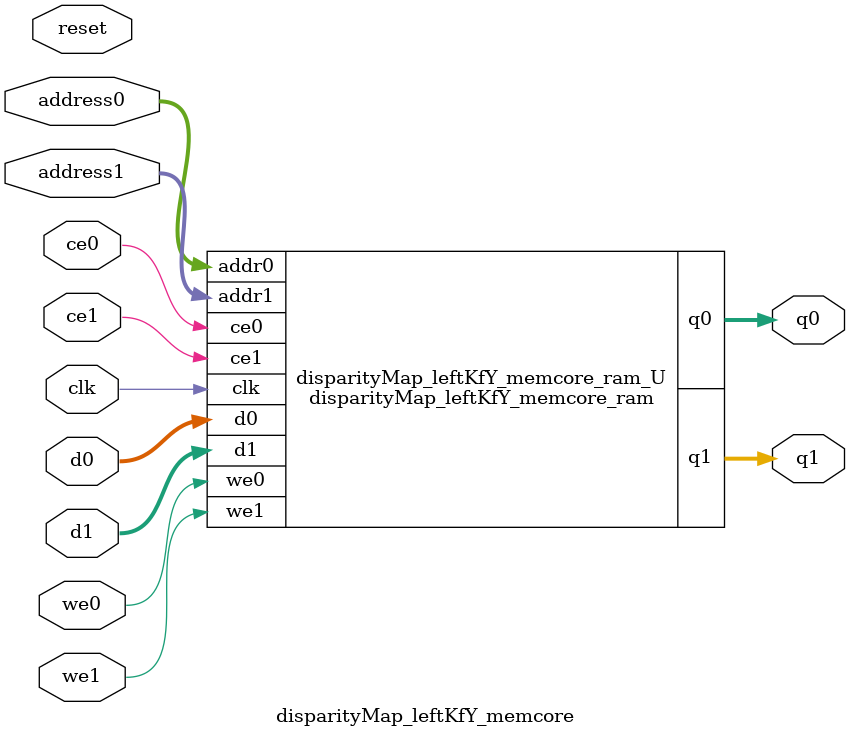
<source format=v>
`timescale 1 ns / 1 ps
module disparityMap_leftKfY_memcore_ram (addr0, ce0, d0, we0, q0, addr1, ce1, d1, we1, q1,  clk);

parameter DWIDTH = 8;
parameter AWIDTH = 17;
parameter MEM_SIZE = 97200;

input[AWIDTH-1:0] addr0;
input ce0;
input[DWIDTH-1:0] d0;
input we0;
output reg[DWIDTH-1:0] q0;
input[AWIDTH-1:0] addr1;
input ce1;
input[DWIDTH-1:0] d1;
input we1;
output reg[DWIDTH-1:0] q1;
input clk;

(* ram_style = "block" *)reg [DWIDTH-1:0] ram[0:MEM_SIZE-1];




always @(posedge clk)  
begin 
    if (ce0) 
    begin
        if (we0) 
        begin 
            ram[addr0] <= d0; 
        end 
        q0 <= ram[addr0];
    end
end


always @(posedge clk)  
begin 
    if (ce1) 
    begin
        if (we1) 
        begin 
            ram[addr1] <= d1; 
        end 
        q1 <= ram[addr1];
    end
end


endmodule

`timescale 1 ns / 1 ps
module disparityMap_leftKfY_memcore(
    reset,
    clk,
    address0,
    ce0,
    we0,
    d0,
    q0,
    address1,
    ce1,
    we1,
    d1,
    q1);

parameter DataWidth = 32'd8;
parameter AddressRange = 32'd97200;
parameter AddressWidth = 32'd17;
input reset;
input clk;
input[AddressWidth - 1:0] address0;
input ce0;
input we0;
input[DataWidth - 1:0] d0;
output[DataWidth - 1:0] q0;
input[AddressWidth - 1:0] address1;
input ce1;
input we1;
input[DataWidth - 1:0] d1;
output[DataWidth - 1:0] q1;



disparityMap_leftKfY_memcore_ram disparityMap_leftKfY_memcore_ram_U(
    .clk( clk ),
    .addr0( address0 ),
    .ce0( ce0 ),
    .we0( we0 ),
    .d0( d0 ),
    .q0( q0 ),
    .addr1( address1 ),
    .ce1( ce1 ),
    .we1( we1 ),
    .d1( d1 ),
    .q1( q1 ));

endmodule


</source>
